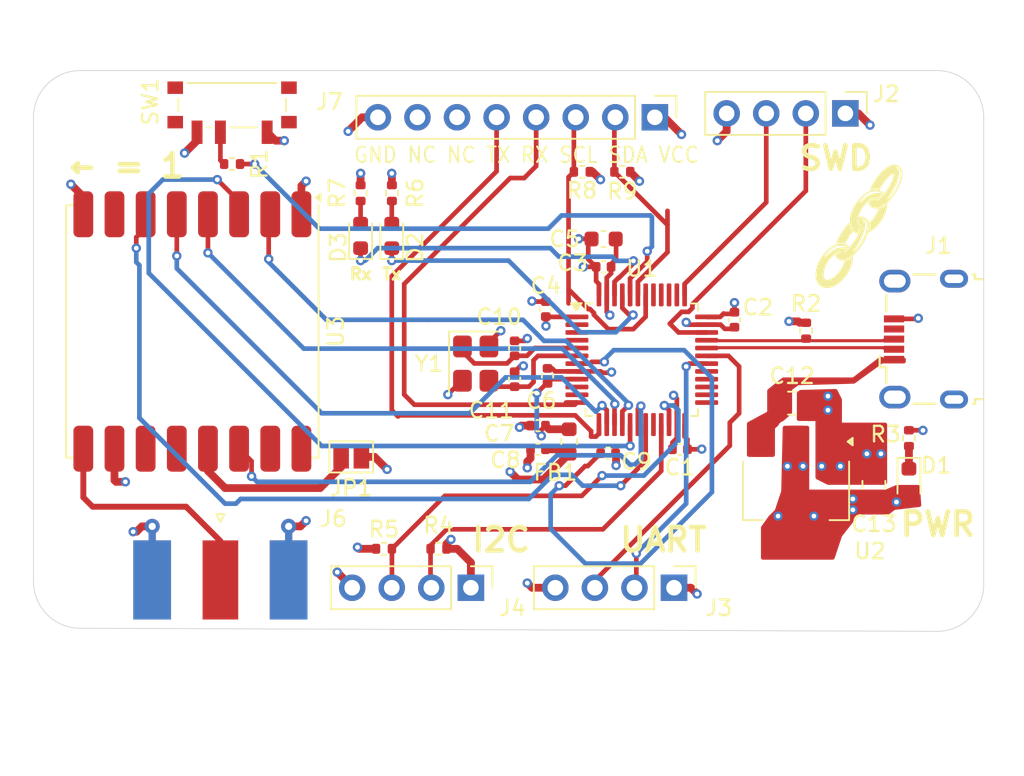
<source format=kicad_pcb>
(kicad_pcb (version 20241229) (generator "pcbnew") (generator_version "9.0")
  (layers (0 "F.Cu" signal) (4 "In1.Cu" power "GND") (6 "In2.Cu" power "PWR") (2 "B.Cu" signal) (13 "F.Paste" user) (15 "B.Paste" user) (5 "F.SilkS" user "F.Silkscreen") (7 "B.SilkS" user "B.Silkscreen") (1 "F.Mask" user) (3 "B.Mask" user) (25 "Edge.Cuts" user))
  (net 0 "")
  (net 1 "GND")
  (net 2 "+3.3V")
  (net 3 "+3.3VA")
  (net 4 "/NRST")
  (net 5 "/HSE_IN")
  (net 6 "/HSE_OUT")
  (net 7 "VBUS")
  (net 8 "/PWR_LED_K")
  (net 9 "/TX_LED")
  (net 10 "Net-(D2-A)")
  (net 11 "/RX_LED")
  (net 12 "Net-(D3-A)")
  (net 16 "/USB_D-")
  (net 18 "/USB_D+")
  (net 20 "/SWCLK")
  (net 21 "/SWDIO")
  (net 22 "/USART1_RX")
  (net 23 "/USART1_TX")
  (net 24 "/I2C_SDA")
  (net 25 "/I2C_SCL")
  (net 26 "Net-(J6-In)")
  (net 27 "/USER_I2C_SDA")
  (net 28 "/USER_UART_TX")
  (net 31 "/USER_UART_RX")
  (net 32 "/USER_I2C_SCL")
  (net 33 "Net-(JP1-B)")
  (net 34 "/SW_BOOT0")
  (net 35 "/BOOT0")
  (net 39 "/RFM69HCW_IRQ")
  (net 41 "/RFM69HCW_MISO")
  (net 47 "/RFM69HCW_SCK")
  (net 48 "/RFM69HCW_CS")
  (net 50 "/RFM69HCW_RESET")
  (net 52 "/RFM69HCW_MOSI")
  (footprint "Capacitor_SMD:C_0402_1005Metric" (layer "F.Cu") (at 97.5 103.3125 180)
    (property "Reference" "C1")
    (property "Value" "100n")
  )
  (footprint "Connector_PinHeader_2.54mm:PinHeader_1x08_P2.54mm_Vertical" (layer "F.Cu") (at 95.89 82 -90)
    (property "Reference" "J7")
    (property "Value" "Conn_01x08_Socket")
  )
  (footprint "RF_Module:HOPERF_RFM9XW_SMD" (layer "F.Cu") (at 66.2 95.75 -90)
    (property "Reference" "U3")
    (property "Value" "RFM69HCW")
  )
  (footprint "Resistor_SMD:R_0402_1005Metric" (layer "F.Cu") (at 91.2 85.5)
    (property "Reference" "R8")
    (property "Value" "1k5")
  )
  (footprint "Capacitor_SMD:C_0603_1608Metric" (layer "F.Cu") (at 92.6 89.8125)
    (property "Reference" "C5")
    (property "Value" "10u")
  )
  (footprint "Capacitor_SMD:C_0402_1005Metric" (layer "F.Cu") (at 88.8875 94.3125 90)
    (property "Reference" "C4")
    (property "Value" "100n")
  )
  (footprint "Resistor_SMD:R_0402_1005Metric" (layer "F.Cu") (at 112.2 102.6 -90)
    (property "Reference" "R3")
    (property "Value" "1k5")
  )
  (footprint "MountingHole:MountingHole_2.2mm_M2" (layer "F.Cu") (at 59 111.8)
    (property "Reference" "H4" (hide yes))
    (property "Value" "MountingHole")
  )
  (footprint "Resistor_SMD:R_0402_1005Metric" (layer "F.Cu") (at 77 86.8625 -90)
    (property "Reference" "R7")
    (property "Value" "1k")
  )
  (footprint "Connector_USB:USB_Micro-B_Wuerth_629105150521" (layer "F.Cu") (at 113.145 96.24 90)
    (property "Reference" "J1")
    (property "Value" "USB_B_Micro")
  )
  (footprint "Capacitor_SMD:C_0402_1005Metric" (layer "F.Cu") (at 88.3875 101.7925 180)
    (property "Reference" "C7")
    (property "Value" "1u")
  )
  (footprint "Connector_PinHeader_2.54mm:PinHeader_1x04_P2.54mm_Vertical" (layer "F.Cu") (at 108.12 81.75 -90)
    (property "Reference" "J2")
    (property "Value" "Conn_01x04_Pin")
  )
  (footprint "LOGO" (layer "F.Cu") (at 109 89)
    (property "Reference" "G***" (hide yes))
    (property "Value" "LOGO" (hide yes))
  )
  (footprint "Package_QFP:LQFP-48_7x7mm_P0.5mm" (layer "F.Cu") (at 95.05 97.5625)
    (property "Reference" "U1")
    (property "Value" "STM32F103C8T6")
  )
  (footprint "Button_Switch_SMD:SW_SPDT_PCM12" (layer "F.Cu") (at 68.75 81.53 180)
    (property "Reference" "SW1")
    (property "Value" "SW_SPDT")
  )
  (footprint "Connector_Coaxial:SMA_Molex_73251-1153_EdgeMount_Horizontal" (layer "F.Cu") (at 68 109.98 90)
    (property "Reference" "J6")
    (property "Value" "Conn_Coaxial")
  )
  (footprint "Capacitor_SMD:C_0402_1005Metric" (layer "F.Cu") (at 89 98.6 90)
    (property "Reference" "C6")
    (property "Value" "10n")
  )
  (footprint "Connector_PinHeader_2.54mm:PinHeader_1x04_P2.54mm_Vertical" (layer "F.Cu") (at 84.08 112.2 -90)
    (property "Reference" "J4")
    (property "Value" "Conn_01x04_Pin")
  )
  (footprint "Package_TO_SOT_SMD:SOT-223-3_TabPin2" (layer "F.Cu") (at 104.95 105.95 -90)
    (property "Reference" "U2")
    (property "Value" "AMS1117-3.3")
  )
  (footprint "MountingHole:MountingHole_2.2mm_M2" (layer "F.Cu") (at 114 82)
    (property "Reference" "H1" (hide yes))
    (property "Value" "MountingHole")
  )
  (footprint "Crystal:Crystal_SMD_3225-4Pin_3.2x2.5mm" (layer "F.Cu") (at 84.3875 97.8125 -90)
    (property "Reference" "Y1")
    (property "Value" "16MHz")
  )
  (footprint "MountingHole:MountingHole_2.2mm_M2" (layer "F.Cu") (at 59 81.9)
    (property "Reference" "H3" (hide yes))
    (property "Value" "MountingHole")
  )
  (footprint "Resistor_SMD:R_0402_1005Metric" (layer "F.Cu") (at 93.8 85.5)
    (property "Reference" "R9")
    (property "Value" "1k5")
  )
  (footprint "Capacitor_SMD:C_0402_1005Metric" (layer "F.Cu") (at 86.8875 98.8125 90)
    (property "Reference" "C11")
    (property "Value" "10p")
  )
  (footprint "Capacitor_SMD:C_0402_1005Metric" (layer "F.Cu") (at 92.6 91.6)
    (property "Reference" "C3")
    (property "Value" "100n")
  )
  (footprint "Capacitor_SMD:C_0805_2012Metric" (layer "F.Cu") (at 109.95 105.6 90)
    (property "Reference" "C13")
    (property "Value" "22u")
  )
  (footprint "MountingHole:MountingHole_2.2mm_M2" (layer "F.Cu") (at 114 112)
    (property "Reference" "H2" (hide yes))
    (property "Value" "MountingHole")
  )
  (footprint "Capacitor_SMD:C_0402_1005Metric" (layer "F.Cu") (at 86.8875 96.8325 90)
    (property "Reference" "C10")
    (property "Value" "10p")
  )
  (footprint "Resistor_SMD:R_0402_1005Metric" (layer "F.Cu") (at 82 109.7)
    (property "Reference" "R4")
    (property "Value" "1k5")
  )
  (footprint "LED_SMD:LED_0603_1608Metric" (layer "F.Cu") (at 79 89.6125 90)
    (property "Reference" "D2")
    (property "Value" "BLUE")
  )
  (footprint "Resistor_SMD:R_0402_1005Metric" (layer "F.Cu") (at 68.75 85)
    (property "Reference" "R1")
    (property "Value" "10k")
  )
  (footprint "Inductor_SMD:L_0603_1608Metric" (layer "F.Cu") (at 90.3875 102.8125 -90)
    (property "Reference" "FB1")
    (property "Value" "120R")
  )
  (footprint "Resistor_SMD:R_0402_1005Metric" (layer "F.Cu") (at 105.6 95.7 -90)
    (property "Reference" "R2")
    (property "Value" "1k5")
  )
  (footprint "Resistor_SMD:R_0402_1005Metric" (layer "F.Cu") (at 79.01 86.8625 -90)
    (property "Reference" "R6")
    (property "Value" "1k")
  )
  (footprint "LED_SMD:LED_0603_1608Metric" (layer "F.Cu") (at 112.2 105.35 -90)
    (property "Reference" "D1")
    (property "Value" "RED")
  )
  (footprint "Capacitor_SMD:C_0402_1005Metric" (layer "F.Cu") (at 92.8875 103.5625)
    (property "Reference" "C9")
    (property "Value" "100n")
  )
  (footprint "LED_SMD:LED_0603_1608Metric" (layer "F.Cu") (at 77 89.6125 90)
    (property "Reference" "D3")
    (property "Value" "GREEN")
  )
  (footprint "Capacitor_SMD:C_0805_2012Metric" (layer "F.Cu") (at 104.7 100.35)
    (property "Reference" "C12")
    (property "Value" "22u")
  )
  (footprint "Resistor_SMD:R_0402_1005Metric" (layer "F.Cu") (at 78.5 109.7 180)
    (property "Reference" "R5")
    (property "Value" "1k5")
  )
  (footprint "Capacitor_SMD:C_0402_1005Metric" (layer "F.Cu") (at 88.3875 103.3125 180)
    (property "Reference" "C8")
    (property "Value" "1u")
  )
  (footprint "Jumper:SolderJumper-2_P1.3mm_Open_Pad1.0x1.5mm" (layer "F.Cu") (at 76.4 103.8 180)
    (property "Reference" "JP1")
    (property "Value" "SolderJumper_2_Open")
  )
  (footprint "Capacitor_SMD:C_0402_1005Metric" (layer "F.Cu") (at 101 94.995 -90)
    (property "Reference" "C2")
    (property "Value" "100n")
  )
  (footprint "Connector_PinHeader_2.54mm:PinHeader_1x04_P2.54mm_Vertical" (layer "F.Cu") (at 97.12 112.2 -90)
    (property "Reference" "J3")
    (property "Value" "Conn_01x04_Pin")
  )
  (gr_arc (start 59 114.8) (mid 56.87868 113.92132) (end 56 111.8) (stroke (width 0.05)) (layer "Edge.Cuts"))
  (gr_line (start 114 79) (end 59 79) (stroke (width 0.05)) (layer "Edge.Cuts"))
  (gr_arc (start 56 82) (mid 56.87868 79.87868) (end 59 79) (stroke (width 0.05)) (layer "Edge.Cuts"))
  (gr_arc (start 114 79) (mid 116.12132 79.87868) (end 117 82) (stroke (width 0.05)) (layer "Edge.Cuts"))
  (gr_line (start 117 112) (end 117 82) (stroke (width 0.05)) (layer "Edge.Cuts"))
  (gr_line (start 56 82) (end 56 111.8) (stroke (width 0.05)) (layer "Edge.Cuts"))
  (gr_arc (start 117 112) (mid 116.12132 114.12132) (end 114 115) (stroke (width 0.05)) (layer "Edge.Cuts"))
  (gr_line (start 59 114.8) (end 114 115) (stroke (width 0.05)) (layer "Edge.Cuts"))
  (gr_text "PWR" (at 111.5 109 0) (layer "F.SilkS") (effects (font (size 1.5 1.5) (thickness 0.3) (bold yes)) (justify left bottom)))
  (gr_text "GND NC NC TX RX SCL SDA VCC" (at 76.5 85 0) (layer "F.SilkS") (effects (font (size 1 0.9) (thickness 0.125) (bold yes)) (justify left bottom)))
  (gr_text "← = 1" (at 58 86 0) (layer "F.SilkS") (effects (font (size 1.5 1.5) (thickness 0.3) (bold yes)) (justify left bottom)))
  (gr_text "UART" (at 93.5 110 0) (layer "F.SilkS") (effects (font (size 1.5 1.5) (thickness 0.3) (bold yes)) (justify left bottom)))
  (gr_text "I2C" (at 84 110 0) (layer "F.SilkS") (effects (font (size 1.5 1.5) (thickness 0.3) (bold yes)) (justify left bottom)))
  (gr_text "SWD" (at 105 85.5 0) (layer "F.SilkS") (effects (font (size 1.5 1.5) (thickness 0.3) (bold yes)) (justify left bottom)))
  (gr_text "Tx" (at 79 92.5 0) (layer "F.SilkS") (effects (font (size 0.75 0.75) (thickness 0.1875) (bold yes)) (justify bottom)))
  (gr_text "Rx" (at 77 92.5 0) (layer "F.SilkS") (effects (font (size 0.75 0.75) (thickness 0.1875) (bold yes)) (justify bottom)))
  (segment (start 93.4 104.35) (end 93.4 103.595) (width 0.5) (layer "F.Cu") (net 1))
  (segment (start 93.08 91.6) (end 93.08 91.42) (width 0.3) (layer "F.Cu") (net 1))
  (segment (start 62.62 108.6) (end 62.96 108.26) (width 0.5) (layer "F.Cu") (net 1))
  (segment (start 73.14 108.26) (end 73.5 107.9) (width 0.5) (layer "F.Cu") (net 1))
  (segment (start 93.08 92.02) (end 93.08 91.6) (width 0.3) (layer "F.Cu") (net 1))
  (segment (start 83.4875 98.9125) (end 82.6 99.8) (width 0.3) (layer "F.Cu") (net 1))
  (segment (start 93.106714 98.356821) (end 93.063535 98.4) (width 0.3) (layer "F.Cu") (net 1))
  (segment (start 87.7 104.5) (end 87.7 104.1) (width 0.5) (layer "F.Cu") (net 1))
  (segment (start 87.260375 97.959625) (end 86.8875 98.3325) (width 0.3) (layer "F.Cu") (net 1))
  (segment (start 89.4925 98.3125) (end 89.3 98.12) (width 0.3) (layer "F.Cu") (net 1))
  (segment (start 85.2375 96.4625) (end 86 95.7) (width 0.3) (layer "F.Cu") (net 1))
  (segment (start 98.05 95.3125) (end 97.9 95.1625) (width 0.3) (layer "F.Cu") (net 1))
  (segment (start 100.5 82.9) (end 99.9 83.5) (width 0.5) (layer "F.Cu") (net 1))
  (segment (start 87.7 104.1) (end 87.9075 103.8925) (width 0.5) (layer "F.Cu") (net 1))
  (segment (start 93.4 90.05) (end 93.1625 89.8125) (width 0.3) (layer "F.Cu") (net 1))
  (segment (start 87.5475 96.3525) (end 87.7 96.2) (width 0.3) (layer "F.Cu") (net 1))
  (segment (start 93.4 91.1) (end 93.4 90.05) (width 0.3) (layer "F.Cu") (net 1))
  (segment (start 71 82.96) (end 71.54 83.5) (width 0.5) (layer "F.Cu") (net 1))
  (segment (start 91.3 98.3125) (end 89.4925 98.3125) (width 0.3) (layer "F.Cu") (net 1))
  (segment (start 111.645 94.94) (end 112.76 94.94) (width 0.3) (layer "F.Cu") (net 1))
  (segment (start 71.54 83.5) (end 72.1 83.5) (width 0.5) (layer "F.Cu") (net 1))
  (segment (start 88.8875 93.8325) (end 88.0325 93.8325) (width 0.3) (layer "F.Cu") (net 1))
  (segment (start 83.5375 98.9125) (end 83.4875 98.9125) (width 0.3) (layer "F.Cu") (net 1))
  (segment (start 73.2 86.4) (end 73.5 86.1) (width 0.5) (layer "F.Cu") (net 1))
  (segment (start 88.0325 93.8325) (end 88 93.8) (width 0.3) (layer "F.Cu") (net 1))
  (segment (start 100.38 95.58) (end 101 95.58) (width 0.3) (layer "F.Cu") (net 1))
  (segment (start 97.3 101.725) (end 97.3 102.6) (width 0.3) (layer "F.Cu") (net 1))
  (segment (start 92.8 94.5) (end 93 94.7) (width 0.3) (layer "F.Cu") (net 1))
  (segment (start 61.3 105.4) (end 61.2 105.3) (width 0.5) (layer "F.Cu") (net 1))
  (segment (start 97.3 100.06) (end 97.09 99.85) (width 0.3) (layer "F.Cu") (net 1))
  (segment (start 62.4 108.6) (end 62.62 108.6) (width 0.5) (layer "F.Cu") (net 1))
  (segment (start 100.1125 95.3125) (end 100.38 95.58) (width 0.3) (layer "F.Cu") (net 1))
  (segment (start 92.8 92.3) (end 93.08 92.02) (width 0.3) (layer "F.Cu") (net 1))
  (segment (start 97 103.3325) (end 97.02 103.3125) (width 0.3) (layer "F.Cu") (net 1))
  (segment (start 87.9075 101.7925) (end 87.3075 101.7925) (width 0.5) (layer "F.Cu") (net 1))
  (segment (start 93.4 103.595) (end 93.3675 103.5625) (width 0.5) (layer "F.Cu") (net 1))
  (segment (start 59.2 88.225) (end 59.2 87.1) (width 0.5) (layer "F.Cu") (net 1))
  (segment (start 86.8875 96.3525) (end 87.5475 96.3525) (width 0.3) (layer "F.Cu") (net 1))
  (segment (start 99.2125 95.3125) (end 100.1125 95.3125) (width 0.3) (layer "F.Cu") (net 1))
  (segment (start 77.1 82) (end 76.2 82.9) (width 0.5) (layer "F.Cu") (net 1))
  (segment (start 100.5 81.75) (end 100.5 82.9) (width 0.5) (layer "F.Cu") (net 1))
  (segment (start 89.5 112.2) (end 88 112.2) (width 0.5) (layer "F.Cu") (net 1))
  (segment (start 97.3 101.725) (end 97.3 100.06) (width 0.3) (layer "F.Cu") (net 1))
  (segment (start 99.2125 95.3125) (end 98.05 95.3125) (width 0.3) (layer "F.Cu") (net 1))
  (segment (start 97.02 102.88) (end 97.02 103.3125) (width 0.3) (layer "F.Cu") (net 1))
  (segment (start 87.3075 101.7925) (end 87.2 101.9) (width 0.5) (layer "F.Cu") (net 1))
  (segment (start 93.063535 98.4) (end 92.5 98.4) (width 0.3) (layer "F.Cu") (net 1))
  (segment (start 62.96 108.26) (end 63.62 108.26) (width 0.5) (layer "F.Cu") (net 1))
  (segment (start 87.9075 103.8925) (end 87.9075 103.3125) (width 0.5) (layer "F.Cu") (net 1))
  (segment (start 112.76 94.94) (end 112.8 94.9) (width 0.3) (layer "F.Cu") (net 1))
  (segment (start 59.2 87.1) (end 58.4 86.3) (width 0.5) (layer "F.Cu") (net 1))
  (segment (start 73.2 88.225) (end 73.2 86.4) (width 0.5) (layer "F.Cu") (net 1))
  (segment (start 76.46 112.16) (end 75.5 111.2) (width 0.5) (layer "F.Cu") (net 1))
  (segment (start 93.5 89.8) (end 93.4875 89.8125) (width 0.3) (layer "F.Cu") (net 1))
  (segment (start 76.46 112.2) (end 76.46 112.16) (width 0.5) (layer "F.Cu") (net 1))
  (segment (start 72.38 108.26) (end 73.14 108.26) (width 0.5) (layer "F.Cu") (net 1))
  (segment (start 92.4125 98.3125) (end 90.8875 98.3125) (width 0.3) (layer "F.Cu") (net 1))
  (segment (start 78.11 82) (end 77.1 82) (width 0.5) (layer "F.Cu") (net 1))
  (segment (start 61.2 105.3) (end 61.2 103.275) (width 0.5) (layer "F.Cu") (net 1))
  (segment (start 112.2 102.09) (end 113.09 102.09) (width 0.3) (layer "F.Cu") (net 1))
  (segment (start 93.4875 89.8125) (end 93.375 89.8125) (width 0.3) (layer "F.Cu") (net 1))
  (segment (start 85.2375 96.7125) (end 85.2375 96.4625) (width 0.3) (layer "F.Cu") (net 1))
  (segment (start 92.5 98.4) (end 92.4125 98.3125) (width 0.3) (layer "F.Cu") (net 1))
  (segment (start 92.8 93.4) (end 92.8 92.3) (width 0.3) (layer "F.Cu") (net 1))
  (segment (start 88 112.2) (end 87.7 111.9) (width 0.5) (layer "F.Cu") (net 1))
  (segment (start 61.9 105.4) (end 61.3 105.4) (width 0.5) (layer "F.Cu") (net 1))
  (segment (start 87.450001 97.959625) (end 87.260375 97.959625) (width 0.3) (layer "F.Cu") (net 1))
  (segment (start 97.3 102.6) (end 97.02 102.88) (width 0.3) (layer "F.Cu") (net 1))
  (segment (start 93.08 91.42) (end 93.4 91.1) (width 0.3) (layer "F.Cu") (net 1))
  (segment (start 113.09 102.09) (end 113.1 102.1) (width 0.3) (layer "F.Cu") (net 1))
  (segment (start 92.8 93.4) (end 92.8 94.5) (width 0.3) (layer "F.Cu") (net 1))
  (via (at 107 100.8) (size 0.6) (drill 0.3) (layers "F.Cu" "B.Cu") (net 1))
  (via (at 93.106714 98.356821) (size 0.6) (drill 0.3) (layers "F.Cu" "B.Cu") (net 1))
  (via (at 61.9 105.4) (size 0.6) (drill 0.3) (layers "F.Cu" "B.Cu") (net 1))
  (via (at 58.4 86.3) (size 0.6) (drill 0.3) (layers "F.Cu" "B.Cu") (net 1))
  (via (at 107.8 104.4) (size 0.6) (drill 0.3) (layers "F.Cu" "B.Cu") (net 1))
  (via (at 99.9 83.5) (size 0.6) (drill 0.3) (layers "F.Cu" "B.Cu") (net 1))
  (via (at 112.8 94.9) (size 0.6) (drill 0.3) (layers "F.Cu" "B.Cu") (net 1))
  (via (at 107 99.9) (size 0.6) (drill 0.3) (layers "F.Cu" "B.Cu") (net 1))
  (via (at 87.7 111.9) (size 0.6) (drill 0.3) (layers "F.Cu" "B.Cu") (net 1))
  (via (at 97.09 99.85) (size 0.6) (drill 0.3) (layers "F.Cu" "B.Cu") (net 1))
  (via (at 109.5 103.6) (size 0.6) (drill 0.3) (layers "F.Cu" "B.Cu") (net 1))
  (via (at 93.4 104.35) (size 0.6) (drill 0.3) (layers "F.Cu" "B.Cu") (net 1))
  (via (at 113.1 102.1) (size 0.6) (drill 0.3) (layers "F.Cu" "B.Cu") (net 1))
  (via (at 87.7 104.5) (size 0.6) (drill 0.3) (layers "F.Cu" "B.Cu") (net 1))
  (via (at 87.450001 97.959625) (size 0.6) (drill 0.3) (layers "F.Cu" "B.Cu") (net 1))
  (via (at 73.5 107.9) (size 0.6) (drill 0.3) (layers "F.Cu" "B.Cu") (net 1))
  (via (at 62.4 108.6) (size 0.6) (drill 0.3) (layers "F.Cu" "B.Cu") (net 1))
  (via (at 82.6 99.8) (size 0.6) (drill 0.3) (layers "F.Cu" "B.Cu") (net 1))
  (via (at 93 94.7) (size 0.6) (drill 0.3) (layers "F.Cu" "B.Cu") (net 1))
  (via (at 88 93.8) (size 0.6) (drill 0.3) (layers "F.Cu" "B.Cu") (net 1))
  (via (at 72.1 83.5) (size 0.6) (drill 0.3) (layers "F.Cu" "B.Cu") (net 1))
  (via (at 73.5 86.1) (size 0.6) (drill 0.3) (layers "F.Cu" "B.Cu") (net 1))
  (via (at 76.2 82.9) (size 0.6) (drill 0.3) (layers "F.Cu" "B.Cu") (net 1))
  (via (at 87.2 101.9) (size 0.6) (drill 0.3) (layers "F.Cu" "B.Cu") (net 1))
  (via (at 97.9 95.1625) (size 0.6) (drill 0.3) (layers "F.Cu" "B.Cu") (net 1))
  (via (at 87.7 96.2) (size 0.6) (drill 0.3) (layers "F.Cu" "B.Cu") (net 1))
  (via (at 75.5 111.2) (size 0.6) (drill 0.3) (layers "F.Cu" "B.Cu") (net 1))
  (via (at 110.4 103.6) (size 0.6) (drill 0.3) (layers "F.Cu" "B.Cu") (net 1))
  (via (at 86 95.7) (size 0.6) (drill 0.3) (layers "F.Cu" "B.Cu") (net 1))
  (via (at 106.6 104.4) (size 0.6) (drill 0.3) (layers "F.Cu" "B.Cu") (net 1))
  (segment (start 88.7365 105.251) (end 87.101 105.251) (width 0.5) (layer "F.Cu") (net 2))
  (segment (start 95.89 82) (end 96.5 82) (width 0.5) (layer "F.Cu") (net 2))
  (segment (start 108.12 81.75) (end 108.95 81.75) (width 0.5) (layer "F.Cu") (net 2))
  (segment (start 88.9075 94.8125) (end 88.8875 94.7925) (width 0.3) (layer "F.Cu") (net 2))
  (segment (start 66.5 82.96) (end 66.5 83.5) (width 0.5) (layer "F.Cu") (net 2))
  (segment (start 88.8875 95.3875) (end 88.9 95.4) (width 0.3) (layer "F.Cu") (net 2))
  (segment (start 91 89.8) (end 91.8125 89.8) (width 0.3) (layer "F.Cu") (net 2))
  (segment (start 77.9 103.8) (end 78.7 104.6) (width 0.5) (layer "F.Cu") (net 2))
  (segment (start 91.9 85.5) (end 91.71 85.5) (width 0.5) (layer "F.Cu") (net 2))
  (segment (start 97.12 112.2) (end 98.2 112.2) (width 0.5) (layer "F.Cu") (net 2))
  (segment (start 99.2125 94.8125) (end 100.0875 94.8125) (width 0.3) (layer "F.Cu") (net 2))
  (segment (start 90.8875 94.8125) (end 88.9075 94.8125) (width 0.3) (layer "F.Cu") (net 2))
  (segment (start 98.8875 103.3125) (end 98.9 103.3) (width 0.3) (layer "F.Cu") (net 2))
  (segment (start 101 94.62) (end 101 93.9) (width 0.3) (layer "F.Cu") (net 2))
  (segment (start 82.51 109.7) (end 83.2 109.7) (width 0.5) (layer "F.Cu") (net 2))
  (segment (start 90.1 103.3125) (end 90.3875 103.6) (width 0.5) (layer "F.Cu") (net 2))
  (segment (start 88.8875 94.7925) (end 88.8875 95.3875) (width 0.3) (layer "F.Cu") (net 2))
  (segment (start 100.0875 94.8125) (end 100.3 94.6) (width 0.3) (layer "F.Cu") (net 2))
  (segment (start 94.31 85.5) (end 94.31 85.51) (width 0.2) (layer "F.Cu") (net 2))
  (segment (start 82.51 109.7) (end 82.51 109.39) (width 0.5) (layer "F.Cu") (net 2))
  (segment (start 77 86.3525) (end 77 85.6) (width 0.5) (layer "F.Cu") (net 2))
  (segment (start 94.4 85.6) (end 94.9 86.1) (width 0.5) (layer "F.Cu") (net 2))
  (segment (start 105.1 95.1) (end 105.19 95.19) (width 0.5) (layer "F.Cu") (net 2))
  (segment (start 83.2 109.7) (end 84.08 110.58) (width 0.5) (layer "F.Cu") (net 2))
  (segment (start 77.05 103.8) (end 77.9 103.8) (width 0.5) (layer "F.Cu") (net 2))
  (segment (start 92.12 91.6) (end 92.1 91.6) (width 0.3) (layer "F.Cu") (net 2))
  (segment (start 97.8 101.725) (end 97.8 102.5) (width 0.3) (layer "F.Cu") (net 2))
  (segment (start 100.3 94.6) (end 100.32 94.62) (width 0.3) (layer "F.Cu") (net 2))
  (segment (start 104.5 95.1) (end 105.1 95.1) (width 0.5) (layer "F.Cu") (net 2))
  (segment (start 94.31 85.51) (end 94.4 85.6) (width 0.2) (layer "F.Cu") (net 2))
  (segment (start 92.3 93.4) (end 92.3 92.7) (width 0.3) (layer "F.Cu") (net 2))
  (segment (start 105.19 95.19) (end 105.6 95.19) (width 0.5) (layer "F.Cu") (net 2))
  (segment (start 91.6125 91.1125) (end 91.6125 89.8125) (width 0.3) (layer "F.Cu") (net 2))
  (segment (start 97.98 102.68) (end 97.98 103.3125) (width 0.3) (layer "F.Cu") (net 2))
  (segment (start 82.51 109.39) (end 82.8 109.1) (width 0.5) (layer "F.Cu") (net 2))
  (segment (start 88.8675 103.3125) (end 90.1 103.3125) (width 0.5) (layer "F.Cu") (net 2))
  (segment (start 92.3 92.7) (end 92.12 92.52) (width 0.3) (layer "F.Cu") (net 2))
  (segment (start 92.1 91.6) (end 91.6125 91.1125) (width 0.3) (layer "F.Cu") (net 2))
  (segment (start 87.101 105.251) (end 86.6 104.75) (width 0.5) (layer "F.Cu") (net 2))
  (segment (start 79.01 86.3525) (end 79.01 85.61) (width 0.5) (layer "F.Cu") (net 2))
  (segment (start 108.95 81.75) (end 109.7 82.5) (width 0.5) (layer "F.Cu") (net 2))
  (segment (start 84.08 110.58) (end 84.08 112.2) (width 0.5) (layer "F.Cu") (net 2))
  (segment (start 96.5 82) (end 97.6 83.1) (width 0.5) (layer "F.Cu") (net 2))
  (segment (start 100.32 94.62) (end 101 94.62) (width 0.3) (layer "F.Cu") (net 2))
  (segment (start 79.01 85.61) (end 79 85.6) (width 0.5) (layer "F.Cu") (net 2))
  (segment (start 66.5 83.5) (end 65.7 84.3) (width 0.5) (layer "F.Cu") (net 2))
  (segment (start 91.3 91.6) (end 92.12 91.6) (width 0.3) (layer "F.Cu") (net 2))
  (segment (start 76.9 109.7) (end 76.8 109.6) (width 0.5) (layer "F.Cu") (net 2))
  (segment (start 98.2 112.2) (end 98.6 112.6) (width 0.5) (layer "F.Cu") (net 2))
  (segment (start 97.98 103.3125) (end 98.8875 103.3125) (width 0.3) (layer "F.Cu") (net 2))
  (segment (start 90.3875 103.6) (end 88.7365 105.251) (width 0.5) (layer "F.Cu") (net 2))
  (segment (start 91.8125 89.8) (end 91.825 89.8125) (width 0.3) (layer "F.Cu") (net 2))
  (segment (start 91.9 85.5) (end 92.4 86) (width 0.5) (layer "F.Cu") (net 2))
  (segment (start 92.12 92.52) (end 92.12 91.6) (width 0.3) (layer "F.Cu") (net 2))
  (segment (start 97.8 102.5) (end 97.98 102.68) (width 0.3) (layer "F.Cu") (net 2))
  (segment (start 77.99 109.7) (end 76.9 109.7) (width 0.5) (layer "F.Cu") (net 2))
  (via (at 92.4 86) (size 0.6) (drill 0.3) (layers "F.Cu" "B.Cu") (net 2))
  (via (at 98.6 112.6) (size 0.6) (drill 0.3) (layers "F.Cu" "B.Cu") (net 2))
  (via (at 108.6 107.2) (size 0.6) (drill 0.3) (layers "F.Cu" "B.Cu") (net 2))
  (via (at 91 89.8) (size 0.6) (drill 0.3) (layers "F.Cu" "B.Cu") (net 2))
  (via (at 77 85.6) (size 0.6) (drill 0.3) (layers "F.Cu" "B.Cu") (net 2))
  (via (at 82.8 109.1) (size 0.6) (drill 0.3) (layers "F.Cu" "B.Cu") (net 2))
  (via (at 91.3 91.6) (size 0.6) (drill 0.3) (layers "F.Cu" "B.Cu") (net 2))
  (via (at 76.8 109.6) (size 0.6) (drill 0.3) (layers "F.Cu" "B.Cu") (net 2))
  (via (at 86.6 104.75) (size 0.6) (drill 0.3) (layers "F.Cu" "B.Cu") (net 2))
  (via (at 65.7 84.3) (size 0.6) (drill 0.3) (layers "F.Cu" "B.Cu") (net 2))
  (via (at 109.7 82.5) (size 0.6) (drill 0.3) (layers "F.Cu" "B.Cu") (net 2))
  (via (at 98.9 103.3) (size 0.6) (drill 0.3) (layers "F.Cu" "B.Cu") (net 2))
  (via (at 101 93.9) (size 0.6) (drill 0.3) (layers "F.Cu" "B.Cu") (net 2))
  (via (at 94.9 86.1) (size 0.6) (drill 0.3) (layers "F.Cu" "B.Cu") (net 2))
  (via (at 103.8 107.6) (size 0.6) (drill 0.3) (layers "F.Cu" "B.Cu") (net 2))
  (via (at 106.1 107.6) (size 0.6) (drill 0.3) (layers "F.Cu" "B.Cu") (net 2))
  (via (at 78.7 104.6) (size 0.6) (drill 0.3) (layers "F.Cu" "B.Cu") (net 2))
  (via (at 79 85.6) (size 0.6) (drill 0.3) (layers "F.Cu" "B.Cu") (net 2))
  (via (at 108.6 106.5) (size 0.6) (drill 0.3) (layers "F.Cu" "B.Cu") (net 2))
  (via (at 104.5 95.1) (size 0.6) (drill 0.3) (layers "F.Cu" "B.Cu") (net 2))
  (via (at 97.6 83.1) (size 0.6) (drill 0.3) (layers "F.Cu" "B.Cu") (net 2))
  (via (at 105.4 104.4) (size 0.6) (drill 0.3) (layers "F.Cu" "B.Cu") (net 2))
  (via (at 104.4 104.4) (size 0.6) (drill 0.3) (layers "F.Cu" "B.Cu") (net 2))
  (via (at 88.9 95.4) (size 0.6) (drill 0.3) (layers "F.Cu" "B.Cu") (net 2))
  (via (at 111.4 106.7) (size 0.6) (drill 0.3) (layers "F.Cu" "B.Cu") (net 2))
  (segment (start 90.3875 102.025) (end 89.1 102.025) (width 0.5) (layer "F.Cu") (net 3))
  (segment (start 88.6 102.06) (end 88.8675 101.7925) (width 0.3) (layer "F.Cu") (net 3))
  (segment (start 90.8875 98.8125) (end 89.2675 98.8125) (width 0.3) (layer "F.Cu") (net 3))
  (segment (start 89 99.08) (end 88.93924 99.08) (width 0.3) (layer "F.Cu") (net 3))
  (segment (start 91.3 98.8125) (end 90.4 98.8125) (width 0.3) (layer "F.Cu") (net 3))
  (segment (start 89.2675 98.8125) (end 89 99.08) (width 0.3) (layer "F.Cu") (net 3))
  (segment (start 88.6 102.45) (end 88.6 102.06) (width 0.3) (layer "F.Cu") (net 3))
  (segment (start 88.93924 99.08) (end 88.30962 99.70962) (width 0.3) (layer "F.Cu") (net 3))
  (segment (start 89.1 102.025) (end 88.8675 101.7925) (width 0.5) (layer "F.Cu") (net 3))
  (via (at 88.30962 99.70962) (size 0.6) (drill 0.3) (layers "F.Cu" "B.Cu") (net 3))
  (via (at 88.6 102.45) (size 0.6) (drill 0.3) (layers "F.Cu" "B.Cu") (net 3))
  (segment (start 88.30962 102.15962) (end 88.6 102.45) (width 0.3) (layer "B.Cu") (net 3))
  (segment (start 88.30962 99.70962) (end 88.30962 102.15962) (width 0.3) (layer "B.Cu") (net 3))
  (segment (start 92.65 97.7) (end 91.842034 97.7) (width 0.3) (layer "F.Cu") (net 4))
  (segment (start 90.15 105.65) (end 91.4115 104.3885) (width 0.3) (layer "F.Cu") (net 4))
  (segment (start 91.5815 104.3885) (end 92.4075 103.5625) (width 0.3) (layer "F.Cu") (net 4))
  (segment (start 91.842034 97.7) (end 91.729534 97.8125) (width 0.3) (layer "F.Cu") (net 4))
  (segment (start 91.4115 104.3885) (end 91.5815 104.3885) (width 0.3) (layer "F.Cu") (net 4))
  (segment (start 91.729534 97.8125) (end 90.8875 97.8125) (width 0.3) (layer "F.Cu") (net 4))
  (segment (start 89.75 105.65) (end 90.15 105.65) (width 0.3) (layer "F.Cu") (net 4))
  (via (at 92.65 97.7) (size 0.6) (drill 0.3) (layers "F.Cu" "B.Cu") (net 4))
  (via (at 89.75 105.65) (size 0.6) (drill 0.3) (layers "F.Cu" "B.Cu") (net 4))
  (segment (start 91.430346 110.651) (end 94.969654 110.651) (width 0.3) (layer "B.Cu") (net 4))
  (segment (start 89.75 105.65) (end 89.2 106.2) (width 0.3) (layer "B.Cu") (net 4))
  (segment (start 94.969654 110.651) (end 99.551 106.069654) (width 0.3) (layer "B.Cu") (net 4))
  (segment (start 99.551 98.730346) (end 97.769654 96.949) (width 0.3) (layer "B.Cu") (net 4))
  (segment (start 89.2 108.420654) (end 91.430346 110.651) (width 0.3) (layer "B.Cu") (net 4))
  (segment (start 93.251 96.949) (end 92.5 97.7) (width 0.3) (layer "B.Cu") (net 4))
  (segment (start 99.551 106.069654) (end 99.551 98.730346) (width 0.3) (layer "B.Cu") (net 4))
  (segment (start 89.2 106.2) (end 89.2 108.420654) (width 0.3) (layer "B.Cu") (net 4))
  (segment (start 92.5 97.7) (end 92.65 97.7) (width 0.3) (layer "B.Cu") (net 4))
  (segment (start 97.769654 96.949) (end 93.251 96.949) (width 0.3) (layer "B.Cu") (net 4))
  (segment (start 86.8875 97.3125) (end 86.891375 97.308625) (width 0.3) (layer "F.Cu") (net 5))
  (segment (start 84.3 97.8) (end 83.5375 97.0375) (width 0.3) (layer "F.Cu") (net 5))
  (segment (start 87.682854 97.308625) (end 88.178979 96.8125) (width 0.3) (layer "F.Cu") (net 5))
  (segment (start 83.5375 97.0375) (end 83.5375 96.7125) (width 0.3) (layer "F.Cu") (net 5))
  (segment (start 86.4 97.8) (end 84.3 97.8) (width 0.3) (layer "F.Cu") (net 5))
  (segment (start 86.891375 97.308625) (end 87.682854 97.308625) (width 0.3) (layer "F.Cu") (net 5))
  (segment (start 88.178979 96.8125) (end 90.8875 96.8125) (width 0.3) (layer "F.Cu") (net 5))
  (segment (start 86.8875 97.3125) (end 86.4 97.8) (width 0.3) (layer "F.Cu") (net 5))
  (segment (start 86.8875 99.2925) (end 85.6175 99.2925) (width 0.3) (layer "F.Cu") (net 6))
  (segment (start 88.1 97.6) (end 88.1 99) (width 0.3) (layer "F.Cu") (net 6))
  (segment (start 87.8075 99.2925) (end 86.8875 99.2925) (width 0.3) (layer "F.Cu") (net 6))
  (segment (start 90.8875 97.3125) (end 88.3875 97.3125) (width 0.3) (layer "F.Cu") (net 6))
  (segment (start 88.1 99) (end 87.8075 99.2925) (width 0.3) (layer "F.Cu") (net 6))
  (segment (start 88.3875 97.3125) (end 88.1 97.6) (width 0.3) (layer "F.Cu") (net 6))
  (segment (start 85.6175 99.2925) (end 85.2375 98.9125) (width 0.3) (layer "F.Cu") (net 6))
  (segment (start 112.2 104.5625) (end 112.2 103.11) (width 0.5) (layer "F.Cu") (net 8))
  (segment (start 94.248346 94.69038) (end 93.8 94.242034) (width 0.3) (layer "F.Cu") (net 9))
  (segment (start 93.8 94.242034) (end 93.8 93.4) (width 0.3) (layer "F.Cu") (net 9))
  (segment (start 79 90.4) (end 79 91.2) (width 0.3) (layer "F.Cu") (net 9))
  (segment (start 94.49038 94.69038) (end 94.248346 94.69038) (width 0.3) (layer "F.Cu") (net 9))
  (via (at 94.49038 94.69038) (size 0.6) (drill 0.3) (layers "F.Cu" "B.Cu") (net 9))
  (via (at 79 91.2) (size 0.6) (drill 0.3) (layers "F.Cu" "B.Cu") (net 9))
  (segment (start 79 91.2) (end 86.5 91.2) (width 0.3) (layer "B.Cu") (net 9))
  (segment (start 86.5 91.2) (end 91.1 95.8) (width 0.3) (layer "B.Cu") (net 9))
  (segment (start 93.38076 95.8) (end 94.49038 94.69038) (width 0.3) (layer "B.Cu") (net 9))
  (segment (start 91.1 95.8) (end 93.38076 95.8) (width 0.3) (layer "B.Cu") (net 9))
  (segment (start 79 87.3825) (end 79.01 87.3725) (width 0.3) (layer "F.Cu") (net 10))
  (segment (start 79 88.825) (end 79 87.3825) (width 0.3) (layer "F.Cu") (net 10))
  (segment (start 93.581 92.3115) (end 94.515103 91.377397) (width 0.3) (layer "F.Cu") (net 11))
  (segment (start 94.515103 91.377397) (end 94.515103 91.215103) (width 0.3) (layer "F.Cu") (net 11))
  (segment (start 77 90.4) (end 77 91.2) (width 0.3) (layer "F.Cu") (net 11))
  (segment (start 93.546466 92.3115) (end 93.581 92.3115) (width 0.3) (layer "F.Cu") (net 11))
  (segment (start 93.3 92.557966) (end 93.546466 92.3115) (width 0.3) (layer "F.Cu") (net 11))
  (segment (start 93.3 93.4) (end 93.3 92.557966) (width 0.3) (layer "F.Cu") (net 11))
  (via (at 94.515103 91.215103) (size 0.6) (drill 0.3) (layers "F.Cu" "B.Cu") (net 11))
  (via (at 77 91.2) (size 0.6) (drill 0.3) (layers "F.Cu" "B.Cu") (net 11))
  (segment (start 77.3 91.2) (end 77 91.2) (width 0.3) (layer "B.Cu") (net 11))
  (segment (start 78.1 90.4) (end 77.3 91.2) (width 0.3) (layer "B.Cu") (net 11))
  (segment (start 93.147204 90.949) (end 89.728346 90.949) (width 0.3) (layer "B.Cu") (net 11))
  (segment (start 94.515103 91.215103) (end 93.413307 91.215103) (width 0.3) (layer "B.Cu") (net 11))
  (segment (start 93.413307 91.215103) (end 93.147204 90.949) (width 0.3) (layer "B.Cu") (net 11))
  (segment (start 89.728346 90.949) (end 89.179346 90.4) (width 0.3) (layer "B.Cu") (net 11))
  (segment (start 89.179346 90.4) (end 78.1 90.4) (width 0.3) (layer "B.Cu") (net 11))
  (segment (start 77 88.825) (end 77 87.3725) (width 0.3) (layer "F.Cu") (net 12))
  (segment (start 110.569999 96.79) (end 99.047912 96.79) (width 0.2) (layer "F.Cu") (net 16))
  (segment (start 110.669999 96.89) (end 110.569999 96.79) (width 0.2) (layer "F.Cu") (net 16))
  (segment (start 111.645 96.89) (end 110.669999 96.89) (width 0.2) (layer "F.Cu") (net 16))
  (segment (start 111.645 96.24) (end 110.669999 96.24) (width 0.2) (layer "F.Cu") (net 18))
  (segment (start 110.669999 96.24) (end 110.569999 96.34) (width 0.2) (layer "F.Cu") (net 18))
  (segment (start 110.569999 96.34) (end 99.047912 96.34) (width 0.2) (layer "F.Cu") (net 18))
  (segment (start 97.8 92.7) (end 103.04 87.46) (width 0.3) (layer "F.Cu") (net 20))
  (segment (start 97.8 93.4) (end 97.8 92.7) (width 0.3) (layer "F.Cu") (net 20))
  (segment (start 103.04 87.46) (end 103.04 81.75) (width 0.3) (layer "F.Cu") (net 20))
  (segment (start 98.301 94.241034) (end 98.301 93.999) (width 0.3) (layer "F.Cu") (net 21))
  (segment (start 98.053534 94.4885) (end 98.301 94.241034) (width 0.3) (layer "F.Cu") (net 21))
  (segment (start 97.4125 95.8125) (end 96.85 95.25) (width 0.3) (layer "F.Cu") (net 21))
  (segment (start 98.301 93.999) (end 105.58 86.72) (width 0.3) (layer "F.Cu") (net 21))
  (segment (start 105.58 86.72) (end 105.58 81.75) (width 0.3) (layer "F.Cu") (net 21))
  (segment (start 97.6115 94.4885) (end 98.053534 94.4885) (width 0.3) (layer "F.Cu") (net 21))
  (segment (start 96.85 95.25) (end 97.6115 94.4885) (width 0.3) (layer "F.Cu") (net 21))
  (segment (start 99.2125 95.8125) (end 97.4125 95.8125) (width 0.3) (layer "F.Cu") (net 21))
  (segment (start 91.7 111.86) (end 92.04 112.2) (width 0.3) (layer "F.Cu") (net 22))
  (segment (start 92.04 111.739346) (end 100.7 103.079346) (width 0.3) (layer "F.Cu") (net 22))
  (segment (start 92.04 112.2) (end 92.04 111.739346) (width 0.3) (layer "F.Cu") (net 22))
  (segment (start 100.6125 97.3125) (end 99.2125 97.3125) (width 0.3) (layer "F.Cu") (net 22))
  (segment (start 101.3 98) (end 100.6125 97.3125) (width 0.3) (layer "F.Cu") (net 22))
  (segment (start 100.7 101.6) (end 101.3 101) (width 0.3) (layer "F.Cu") (net 22))
  (segment (start 100.7 103.079346) (end 100.7 101.6) (width 0.3) (layer "F.Cu") (net 22))
  (segment (start 101.3 101) (end 101.3 98) (width 0.3) (layer "F.Cu") (net 22))
  (segment (start 98.0875 97.8125) (end 97.9 98) (width 0.3) (layer "F.Cu") (net 23))
  (segment (start 94.7 110) (end 94.7 112.08) (width 0.3) (layer "F.Cu") (net 23))
  (segment (start 99.2125 97.8125) (end 98.0875 97.8125) (width 0.3) (layer "F.Cu") (net 23))
  (segment (start 94.7 112.08) (end 94.58 112.2) (width 0.3) (layer "F.Cu") (net 23))
  (via (at 94.7 110) (size 0.6) (drill 0.3) (layers "F.Cu" "B.Cu") (net 23))
  (via (at 97.9 98) (size 0.6) (drill 0.3) (layers "F.Cu" "B.Cu") (net 23))
  (segment (start 97.9 98) (end 97.9 106.8) (width 0.3) (layer "B.Cu") (net 23))
  (segment (start 97.9 106.8) (end 94.7 110) (width 0.3) (layer "B.Cu") (net 23))
  (segment (start 96.8 101.725) (end 96.8 100.8) (width 0.3) (layer "F.Cu") (net 24))
  (segment (start 79.01 109.7) (end 79.01 112.19) (width 0.3) (layer "F.Cu") (net 24))
  (segment (start 96.5 100.5) (end 96.7 100.5) (width 0.3) (layer "F.Cu") (net 24))
  (segment (start 91.2 106.3) (end 82.41 106.3) (width 0.3) (layer "F.Cu") (net 24))
  (segment (start 92.5 105) (end 91.2 106.3) (width 0.3) (layer "F.Cu") (net 24))
  (segment (start 96.8 100.8) (end 96.5 100.5) (width 0.3) (layer "F.Cu") (net 24))
  (segment (start 79.01 112.19) (end 79 112.2) (width 0.3) (layer "F.Cu") (net 24))
  (segment (start 82.41 106.3) (end 79.01 109.7) (width 0.3) (layer "F.Cu") (net 24))
  (via (at 96.5 100.5) (size 0.6) (drill 0.3) (layers "F.Cu" "B.Cu") (net 24))
  (via (at 92.5 105) (size 0.6) (drill 0.3) (layers "F.Cu" "B.Cu") (net 24))
  (segment (start 96.5 100.5) (end 97.1 100.5) (width 0.3) (layer "B.Cu") (net 24))
  (segment (start 95.179346 105) (end 92.5 105) (width 0.3) (layer "B.Cu") (net 24))
  (segment (start 97.1 100.5) (end 97.399 100.799) (width 0.3) (layer "B.Cu") (net 24))
  (segment (start 97.399 100.799) (end 97.399 102.780346) (width 0.3) (layer "B.Cu") (net 24))
  (segment (start 97.399 102.780346) (end 95.179346 105) (width 0.3) (layer "B.Cu") (net 24))
  (segment (start 92.551 108.449) (end 82.530346 108.449) (width 0.3) (layer "F.Cu") (net 25))
  (segment (start 96.3 104.7) (end 92.551 108.449) (width 0.3) (layer "F.Cu") (net 25))
  (segment (start 81.49 109.7) (end 81.49 112.15) (width 0.3) (layer "F.Cu") (net 25))
  (segment (start 82.530346 108.449) (end 81.49 109.489346) (width 0.3) (layer "F.Cu") (net 25))
  (segment (start 81.49 109.489346) (end 81.49 109.7) (width 0.3) (layer "F.Cu") (net 25))
  (segment (start 81.49 112.15) (end 81.54 112.2) (width 0.3) (layer "F.Cu") (net 25))
  (segment (start 96.3 101.725) (end 96.3 104.7) (width 0.3) (layer "F.Cu") (net 25))
  (segment (start 65.5 107) (end 65.8 107) (width 0.38) (layer "F.Cu") (net 26))
  (segment (start 65.8 107) (end 68 109.2) (width 0.38) (layer "F.Cu") (net 26))
  (segment (start 59.2 103.275) (end 59.2 106.4) (width 0.38) (layer "F.Cu") (net 26))
  (segment (start 68 109.5) (end 68 112) (width 0.3) (layer "F.Cu") (net 26))
  (segment (start 59.8 107) (end 65.5 107) (width 0.38) (layer "F.Cu") (net 26))
  (segment (start 59.2 106.4) (end 59.8 107) (width 0.38) (layer "F.Cu") (net 26))
  (segment (start 96.7 88.01) (end 96.7 90.657966) (width 0.3) (layer "F.Cu") (net 27))
  (segment (start 93.35 82) (end 93.29 82.06) (width 0.3) (layer "F.Cu") (net 27))
  (segment (start 93.29 82.06) (end 93.29 85.5) (width 0.3) (layer "F.Cu") (net 27))
  (segment (start 94.8 92.557966) (end 94.8 93.4) (width 0.3) (layer "F.Cu") (net 27))
  (segment (start 96.7 90.657966) (end 94.8 92.557966) (width 0.3) (layer "F.Cu") (net 27))
  (segment (start 93.29 85.5) (end 96.7 88.91) (width 0.3) (layer "F.Cu") (net 27))
  (segment (start 87.5 85.9) (end 88.27 85.13) (width 0.3) (layer "F.Cu") (net 28))
  (segment (start 80.451 100.451) (end 79.8 99.8) (width 0.3) (layer "F.Cu") (net 28))
  (segment (start 90.749 100.451) (end 80.451 100.451) (width 0.3) (layer "F.Cu") (net 28))
  (segment (start 88.27 85.13) (end 88.27 82) (width 0.3) (layer "F.Cu") (net 28))
  (segment (start 90.8875 100.3125) (end 90.749 100.451) (width 0.3) (layer "F.Cu") (net 28))
  (segment (start 86.6 85.9) (end 87.5 85.9) (width 0.3) (layer "F.Cu") (net 28))
  (segment (start 79.8 99.8) (end 79.8 92.7) (width 0.3) (layer "F.Cu") (net 28))
  (segment (start 90.8875 100.3125) (end 90.1875 100.3125) (width 0.3) (layer "F.Cu") (net 28))
  (segment (start 79.8 92.7) (end 86.6 85.9) (width 0.3) (layer "F.Cu") (net 28))
  (segment (start 92.3 101.725) (end 92.3 102.3) (width 0.3) (layer "F.Cu") (net 31))
  (segment (start 85.73 85.47) (end 85.73 82) (width 0.3) (layer "F.Cu") (net 31))
  (segment (start 90.78081 101.1315) (end 79.4685 101.1315) (width 0.3) (layer "F.Cu") (net 31))
  (segment (start 92.3 102.3) (end 92.1 102.5) (width 0.3) (layer "F.Cu") (net 31))
  (segment (start 91.8 102.5) (end 91.8 102.15069) (width 0.3) (layer "F.Cu") (net 31))
  (segment (start 79.4 101.2) (end 79 100.8) (width 0.3) (layer "F.Cu") (net 31))
  (segment (start 92.1 102.5) (end 91.8 102.5) (width 0.3) (layer "F.Cu") (net 31))
  (segment (start 79 100.8) (end 79 92.2) (width 0.3) (layer "F.Cu") (net 31))
  (segment (start 91.8 102.15069) (end 90.78081 101.1315) (width 0.3) (layer "F.Cu") (net 31))
  (segment (start 79 92.2) (end 85.73 85.47) (width 0.3) (layer "F.Cu") (net 31))
  (segment (start 79.4685 101.1315) (end 79.4 101.2) (width 0.3) (layer "F.Cu") (net 31))
  (segment (start 90.69 85.5) (end 90.349 85.841) (width 0.3) (layer "F.Cu") (net 32))
  (segment (start 90.81 82) (end 90.69 82.12) (width 0.3) (layer "F.Cu") (net 32))
  (segment (start 91.728534 94.3115) (end 91.976 94.558966) (width 0.3) (layer "F.Cu") (net 32))
  (segment (start 91.6115 94.3115) (end 91.728534 94.3115) (width 0.3) (layer "F.Cu") (net 32))
  (segment (start 91.976 94.676) (end 92.9 95.6) (width 0.3) (layer "F.Cu") (net 32))
  (segment (start 92.9 95.6) (end 94.5 95.6) (width 0.3) (layer "F.Cu") (net 32))
  (segment (start 90.69 82.12) (end 90.69 85.5) (width 0.3) (layer "F.Cu") (net 32))
  (segment (start 95.3 94.8) (end 95.3 93.4) (width 0.3) (layer "F.Cu") (net 32))
  (segment (start 90.349 85.841) (end 90.349 93.949) (width 0.3) (layer "F.Cu") (net 32))
  (segment (start 90.349 93.049) (end 91.6115 94.3115) (width 0.3) (layer "F.Cu") (net 32))
  (segment (start 91.976 94.558966) (end 91.976 94.676) (width 0.3) (layer "F.Cu") (net 32))
  (segment (start 94.5 95.6) (end 95.3 94.8) (width 0.3) (layer "F.Cu") (net 32))
  (segment (start 67.2 104.7) (end 67.2 103.275) (width 0.5) (layer "F.Cu") (net 33))
  (segment (start 68.3 105.8) (end 67.2 104.7) (width 0.5) (layer "F.Cu") (net 33))
  (segment (start 75.75 104.45) (end 74.4 105.8) (width 0.5) (layer "F.Cu") (net 33))
  (segment (start 74.4 105.8) (end 68.3 105.8) (width 0.5) (layer "F.Cu") (net 33))
  (segment (start 75.75 103.8) (end 75.75 104.45) (width 0.5) (layer "F.Cu") (net 33))
  (segment (start 68 84.76) (end 68.24 85) (width 0.3) (layer "F.Cu") (net 34))
  (segment (start 68 82.96) (end 68 84.76) (width 0.3) (layer "F.Cu") (net 34))
  (segment (start 69.26 85) (end 70.2 85) (width 0.3) (layer "F.Cu") (net 35))
  (segment (start 94.3 93.4) (end 94.3 92.557966) (width 0.3) (layer "F.Cu") (net 35))
  (segment (start 95.4 91.249446) (end 94.299 92.350446) (width 0.3) (layer "F.Cu") (net 35))
  (segment (start 94.299 92.350446) (end 94.299 92.556966) (width 0.3) (layer "F.Cu") (net 35))
  (segment (start 94.3 92.557966) (end 94.299 92.556966) (width 0.3) (layer "F.Cu") (net 35))
  (segment (start 95.4 90.6) (end 95.4 91.249446) (width 0.3) (layer "F.Cu") (net 35))
  (via (at 95.4 90.6) (size 0.6) (drill 0.3) (layers "F.Cu" "B.Cu") (net 35))
  (via (at 70.2 85) (size 0.6) (drill 0.3) (layers "F.Cu" "B.Cu") (net 35))
  (segment (start 95.7 90.3) (end 95.4 90.6) (width 0.3) (layer "B.Cu") (net 35))
  (segment (start 95.7 88.4) (end 95.7 90.3) (width 0.3) (layer "B.Cu") (net 35))
  (segment (start 70.2 85) (end 74.349 89.149) (width 0.3) (layer "B.Cu") (net 35))
  (segment (start 95.6 88.3) (end 95.7 88.4) (width 0.3) (layer "B.Cu") (net 35))
  (segment (start 89.051 89.149) (end 89.9 88.3) (width 0.3) (layer "B.Cu") (net 35))
  (segment (start 89.9 88.3) (end 95.6 88.3) (width 0.3) (layer "B.Cu") (net 35))
  (segment (start 74.349 89.149) (end 89.051 89.149) (width 0.3) (layer "B.Cu") (net 35))
  (segment (start 70 104.075) (end 69.2 103.275) (width 0.3) (layer "F.Cu") (net 39))
  (segment (start 70 105.05) (end 70 104.075) (width 0.3) (layer "F.Cu") (net 39))
  (segment (start 94.8 101.725) (end 94.8 100.72752) (width 0.3) (layer "F.Cu") (net 39))
  (segment (start 94.8 100.72752) (end 94.992499 100.535021) (width 0.3) (layer "F.Cu") (net 39))
  (via (at 70 105.05) (size 0.6) (drill 0.3) (layers "F.Cu" "B.Cu") (net 39))
  (via (at 94.992499 100.535021) (size 0.6) (drill 0.3) (layers "F.Cu" "B.Cu") (net 39))
  (segment (start 70.35 105.4) (end 70 105.05) (width 0.3) (layer "B.Cu") (net 39))
  (segment (start 94.6 104.3) (end 94.3 104.3) (width 0.3) (layer "B.Cu") (net 39))
  (segment (start 94.8 104.1) (end 94.6 104.3) (width 0.3) (layer "B.Cu") (net 39))
  (segment (start 89.601 103.699) (end 87.9 105.4) (width 0.3) (layer "B.Cu") (net 39))
  (segment (start 94.992499 103.907501) (end 94.8 104.1) (width 0.3) (layer "B.Cu") (net 39))
  (segment (start 94.3 104.3) (end 93.699 103.699) (width 0.3) (layer "B.Cu") (net 39))
  (segment (start 94.992499 100.535021) (end 94.992499 103.907501) (width 0.3) (layer "B.Cu") (net 39))
  (segment (start 93.699 103.699) (end 89.601 103.699) (width 0.3) (layer "B.Cu") (net 39))
  (segment (start 87.9 105.4) (end 70.35 105.4) (width 0.3) (layer "B.Cu") (net 39))
  (segment (start 93.8 101.725) (end 93.8 100.881943) (width 0.3) (layer "F.Cu") (net 41))
  (segment (start 93.8 100.881943) (end 94.193879 100.488064) (width 0.3) (layer "F.Cu") (net 41))
  (segment (start 71.1 91.1) (end 71.1 88.325) (width 0.3) (layer "F.Cu") (net 41))
  (segment (start 71.1 88.325) (end 71.2 88.225) (width 0.3) (layer "F.Cu") (net 41))
  (via (at 71.1 91.1) (size 0.6) (drill 0.3) (layers "F.Cu" "B.Cu") (net 41))
  (via (at 94.193879 100.488064) (size 0.6) (drill 0.3) (layers "F.Cu" "B.Cu") (net 41))
  (segment (start 74.8 95) (end 71.6 91.8) (width 0.3) (layer "B.Cu") (net 41))
  (segment (start 94.193879 100.488064) (end 94.193879 100.363225) (width 0.3) (layer "B.Cu") (net 41))
  (segment (start 81.3 95) (end 74.8 95) (width 0.3) (layer "B.Cu") (net 41))
  (segment (start 94.193879 100.363225) (end 90.180654 96.35) (width 0.3) (layer "B.Cu") (net 41))
  (segment (start 88.770654 96.35) (end 87.420654 95) (width 0.3) (layer "B.Cu") (net 41))
  (segment (start 71.6 91.8) (end 71.1 91.3) (width 0.3) (layer "B.Cu") (net 41))
  (segment (start 87.420654 95) (end 81.3 95) (width 0.3) (layer "B.Cu") (net 41))
  (segment (start 90.180654 96.35) (end 88.770654 96.35) (width 0.3) (layer "B.Cu") (net 41))
  (segment (start 71.1 91.3) (end 71.1 91.1) (width 0.3) (layer "B.Cu") (net 41))
  (segment (start 93.3 100.43) (end 93.32 100.41) (width 0.3) (layer "F.Cu") (net 47))
  (segment (start 67.2 90.7) (end 67.2 88.225) (width 0.3) (layer "F.Cu") (net 47))
  (segment (start 93.3 101.725) (end 93.3 100.43) (width 0.3) (layer "F.Cu") (net 47))
  (via (at 93.32 100.41) (size 0.6) (drill 0.3) (layers "F.Cu" "B.Cu") (net 47))
  (via (at 67.2 90.7) (size 0.6) (drill 0.3) (layers "F.Cu" "B.Cu") (net 47))
  (segment (start 73.351 96.851) (end 67.2 90.7) (width 0.3) (layer "B.Cu") (net 47))
  (segment (start 93.32 100.22) (end 89.951 96.851) (width 0.3) (layer "B.Cu") (net 47))
  (segment (start 89.951 96.851) (end 73.351 96.851) (width 0.3) (layer "B.Cu") (net 47))
  (segment (start 93.32 100.41) (end 93.32 100.22) (width 0.3) (layer "B.Cu") (net 47))
  (segment (start 92.8 101.725) (end 92.8 100.8) (width 0.3) (layer "F.Cu") (net 48))
  (segment (start 92.8 100.8) (end 92.5 100.5) (width 0.3) (layer "F.Cu") (net 48))
  (segment (start 65.2 90.9) (end 65.2 88.225) (width 0.3) (layer "F.Cu") (net 48))
  (via (at 65.2 90.9) (size 0.6) (drill 0.3) (layers "F.Cu" "B.Cu") (net 48))
  (via (at 92.5 100.5) (size 0.6) (drill 0.3) (layers "F.Cu" "B.Cu") (net 48))
  (segment (start 65.2 91.7) (end 65.2 90.9) (width 0.3) (layer "B.Cu") (net 48))
  (segment (start 92.1 100.9) (end 89.9 98.7) (width 0.3) (layer "B.Cu") (net 48))
  (segment (start 74.5 101) (end 65.2 91.7) (width 0.3) (layer "B.Cu") (net 48))
  (segment (start 92.5 100.5) (end 92.1 100.9) (width 0.3) (layer "B.Cu") (net 48))
  (segment (start 89.9 98.7) (end 86.3 98.7) (width 0.3) (layer "B.Cu") (net 48))
  (segment (start 84 101) (end 74.5 101) (width 0.3) (layer "B.Cu") (net 48))
  (segment (start 86.3 98.7) (end 84 101) (width 0.3) (layer "B.Cu") (net 48))
  (segment (start 62.6 90.4) (end 62.6 89.7) (width 0.3) (layer "F.Cu") (net 50))
  (segment (start 63.2 89.1) (end 63.2 88.225) (width 0.3) (layer "F.Cu") (net 50))
  (segment (start 95.3 101.725) (end 95.3 104.05) (width 0.3) (layer "F.Cu") (net 50))
  (segment (start 62.6 89.7) (end 63.2 89.1) (width 0.3) (layer "F.Cu") (net 50))
  (segment (start 95.3 104.05) (end 93.7 105.65) (width 0.3) (layer "F.Cu") (net 50))
  (via (at 62.6 90.4) (size 0.6) (drill 0.3) (layers "F.Cu" "B.Cu") (net 50))
  (via (at 93.7 105.65) (size 0.6) (drill 0.3) (layers "F.Cu" "B.Cu") (net 50))
  (segment (start 87.8 106.5) (end 89.351 104.949) (width 0.3) (layer "B.Cu") (net 50))
  (segment (start 62.8 101.3) (end 68.3 106.8) (width 0.3) (layer "B.Cu") (net 50))
  (segment (start 62.6 91.3) (end 62.8 91.5) (width 0.3) (layer "B.Cu") (net 50))
  (segment (start 91.25852 105.65) (end 93.7 105.65) (width 0.3) (layer "B.Cu") (net 50))
  (segment (start 90.55752 104.949) (end 91.25852 105.65) (width 0.3) (layer "B.Cu") (net 50))
  (segment (start 62.8 91.5) (end 62.8 101.3) (width 0.3) (layer "B.Cu") (net 50))
  (segment (start 69.3 106.5) (end 87.8 106.5) (width 0.3) (layer "B.Cu") (net 50))
  (segment (start 68.3 106.8) (end 69 106.8) (width 0.3) (layer "B.Cu") (net 50))
  (segment (start 62.6 90.4) (end 62.6 91.3) (width 0.3) (layer "B.Cu") (net 50))
  (segment (start 69 106.8) (end 69.3 106.5) (width 0.3) (layer "B.Cu") (net 50))
  (segment (start 89.351 104.949) (end 90.55752 104.949) (width 0.3) (layer "B.Cu") (net 50))
  (segment (start 68.8 87) (end 68.8 87.825) (width 0.3) (layer "F.Cu") (net 52))
  (segment (start 67.8 86) (end 68.8 87) (width 0.3) (layer "F.Cu") (net 52))
  (segment (start 94.3 101.725) (end 94.3 103.1) (width 0.3) (layer "F.Cu") (net 52))
  (segment (start 68.8 87.825) (end 69.2 88.225) (width 0.3) (layer "F.Cu") (net 52))
  (via (at 94.3 103.1) (size 0.6) (drill 0.3) (layers "F.Cu" "B.Cu") (net 52))
  (via (at 67.8 86) (size 0.6) (drill 0.3) (layers "F.Cu" "B.Cu") (net 52))
  (segment (start 63.4 92) (end 74.5 103.1) (width 0.3) (layer "B.Cu") (net 52))
  (segment (start 74.5 103.1) (end 94.3 103.1) (width 0.3) (layer "B.Cu") (net 52))
  (segment (start 64.3 86) (end 63.4 86.9) (width 0.3) (layer "B.Cu") (net 52))
  (segment (start 67.8 86) (end 64.3 86) (width 0.3) (layer "B.Cu") (net 52))
  (segment (start 63.4 86.9) (end 63.4 92) (width 0.3) (layer "B.Cu") (net 52))
  (zone (net 7) (net_name "VBUS") (layer "F.Cu") (priority 3) (connect_pads yes (clearance 0.3)) (min_thickness 0.25) (fill yes (thermal_gap 0.5) (thermal_bridge_width 0.5))
    (polygon (pts (xy 103.3 103.8) (xy 101.8 103.8) (xy 101.8 101.6) (xy 103.1 100.9) (xy 103.1 99.5) (xy 104.1 98.7) (xy 108.6 98.7) (xy 110.3 97.4) (xy 110.3 97.3) (xy 112 97.3) (xy 112 97.8) (xy 110.5 97.8) (xy 108.7 99.1) (xy 105.1 99.2) (xy 104.7 99.5) (xy 104.7 101) (xy 103.6 101.977778) (xy 103.6 103.8) (xy 101.8 103.8)))
  )
  (zone (net 2) (net_name "+3.3V") (layer "F.Cu") (priority 4) (connect_pads yes (clearance 0.3)) (min_thickness 0.25) (fill yes (thermal_gap 0.5) (thermal_bridge_width 0.5))
    (polygon (pts (xy 104.1 101.8) (xy 105.8 101.8) (xy 105.8 105.9) (xy 110.7 105.9) (xy 111.4 105.6) (xy 112.9 105.6) (xy 113 107) (xy 111.3 107.2) (xy 110.9 107.5) (xy 109 107.5) (xy 107.9 108.9) (xy 107.4 110.4) (xy 102.7 110.4) (xy 102.7 108.3) (xy 103.2 107.6) (xy 103.6 107.2) (xy 104 106)))
  )
  (zone (net 1) (net_name "GND") (layer "F.Cu") (priority 2) (connect_pads yes (clearance 0.3)) (min_thickness 0.25) (fill yes (thermal_gap 0.5) (thermal_bridge_width 0.5))
    (polygon (pts (xy 105.7 99.2) (xy 107.45 99.2) (xy 107.9 100.1) (xy 107.9 101.6) (xy 110.8 101.6) (xy 110.8 105.6) (xy 107 105.6) (xy 106.2 105.2) (xy 106.2 101.5) (xy 105 101.5) (xy 105 99.6)))
  )
)
</source>
